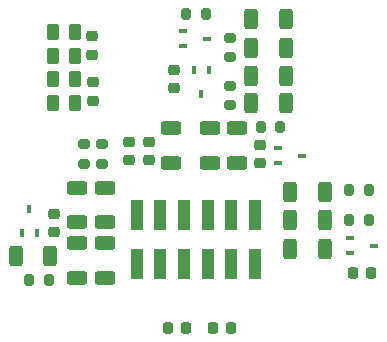
<source format=gbp>
G04 #@! TF.GenerationSoftware,KiCad,Pcbnew,(6.0.5)*
G04 #@! TF.CreationDate,2022-07-25T01:06:31+08:00*
G04 #@! TF.ProjectId,SX7H02060050-1,53583748-3032-4303-9630-3035302d312e,rev?*
G04 #@! TF.SameCoordinates,PX8af34a0PY598cce0*
G04 #@! TF.FileFunction,Paste,Bot*
G04 #@! TF.FilePolarity,Positive*
%FSLAX46Y46*%
G04 Gerber Fmt 4.6, Leading zero omitted, Abs format (unit mm)*
G04 Created by KiCad (PCBNEW (6.0.5)) date 2022-07-25 01:06:31*
%MOMM*%
%LPD*%
G01*
G04 APERTURE LIST*
G04 Aperture macros list*
%AMRoundRect*
0 Rectangle with rounded corners*
0 $1 Rounding radius*
0 $2 $3 $4 $5 $6 $7 $8 $9 X,Y pos of 4 corners*
0 Add a 4 corners polygon primitive as box body*
4,1,4,$2,$3,$4,$5,$6,$7,$8,$9,$2,$3,0*
0 Add four circle primitives for the rounded corners*
1,1,$1+$1,$2,$3*
1,1,$1+$1,$4,$5*
1,1,$1+$1,$6,$7*
1,1,$1+$1,$8,$9*
0 Add four rect primitives between the rounded corners*
20,1,$1+$1,$2,$3,$4,$5,0*
20,1,$1+$1,$4,$5,$6,$7,0*
20,1,$1+$1,$6,$7,$8,$9,0*
20,1,$1+$1,$8,$9,$2,$3,0*%
G04 Aperture macros list end*
%ADD10RoundRect,0.250000X0.625000X-0.312500X0.625000X0.312500X-0.625000X0.312500X-0.625000X-0.312500X0*%
%ADD11R,0.700000X0.450000*%
%ADD12RoundRect,0.225000X0.250000X-0.225000X0.250000X0.225000X-0.250000X0.225000X-0.250000X-0.225000X0*%
%ADD13RoundRect,0.250000X-0.262500X-0.450000X0.262500X-0.450000X0.262500X0.450000X-0.262500X0.450000X0*%
%ADD14RoundRect,0.250000X0.312500X0.625000X-0.312500X0.625000X-0.312500X-0.625000X0.312500X-0.625000X0*%
%ADD15RoundRect,0.225000X-0.225000X-0.250000X0.225000X-0.250000X0.225000X0.250000X-0.225000X0.250000X0*%
%ADD16RoundRect,0.200000X-0.200000X-0.275000X0.200000X-0.275000X0.200000X0.275000X-0.200000X0.275000X0*%
%ADD17RoundRect,0.250000X-0.312500X-0.625000X0.312500X-0.625000X0.312500X0.625000X-0.312500X0.625000X0*%
%ADD18R,1.000000X2.580000*%
%ADD19RoundRect,0.200000X0.275000X-0.200000X0.275000X0.200000X-0.275000X0.200000X-0.275000X-0.200000X0*%
%ADD20R,0.450000X0.700000*%
%ADD21RoundRect,0.200000X0.200000X0.275000X-0.200000X0.275000X-0.200000X-0.275000X0.200000X-0.275000X0*%
%ADD22RoundRect,0.250000X0.262500X0.450000X-0.262500X0.450000X-0.262500X-0.450000X0.262500X-0.450000X0*%
%ADD23RoundRect,0.200000X-0.275000X0.200000X-0.275000X-0.200000X0.275000X-0.200000X0.275000X0.200000X0*%
%ADD24RoundRect,0.225000X-0.250000X0.225000X-0.250000X-0.225000X0.250000X-0.225000X0.250000X0.225000X0*%
%ADD25RoundRect,0.250000X-0.625000X0.312500X-0.625000X-0.312500X0.625000X-0.312500X0.625000X0.312500X0*%
%ADD26RoundRect,0.225000X0.225000X0.250000X-0.225000X0.250000X-0.225000X-0.250000X0.225000X-0.250000X0*%
G04 APERTURE END LIST*
D10*
G04 #@! TO.C,R224*
X6827000Y21067500D03*
X6827000Y18142500D03*
G04 #@! TD*
G04 #@! TO.C,R209*
X-2110000Y13067500D03*
X-2110000Y15992500D03*
G04 #@! TD*
D11*
G04 #@! TO.C,Q204*
X6557000Y28622000D03*
X4557000Y29272000D03*
X4557000Y27972000D03*
G04 #@! TD*
D12*
G04 #@! TO.C,C209*
X1620000Y19872000D03*
X1620000Y18322000D03*
G04 #@! TD*
D13*
G04 #@! TO.C,R202*
X-6487500Y29200000D03*
X-4662500Y29200000D03*
G04 #@! TD*
D14*
G04 #@! TO.C,R211*
X13619500Y10842000D03*
X16544500Y10842000D03*
G04 #@! TD*
G04 #@! TO.C,R221*
X13242500Y25447000D03*
X10317500Y25447000D03*
G04 #@! TD*
D13*
G04 #@! TO.C,R203*
X-6487500Y25200000D03*
X-4662500Y25200000D03*
G04 #@! TD*
D14*
G04 #@! TO.C,R206*
X13242500Y27860000D03*
X10317500Y27860000D03*
G04 #@! TD*
D10*
G04 #@! TO.C,R222*
X9113000Y18142500D03*
X9113000Y21067500D03*
G04 #@! TD*
D15*
G04 #@! TO.C,C204*
X7068000Y4111000D03*
X8618000Y4111000D03*
G04 #@! TD*
D14*
G04 #@! TO.C,R212*
X-9632500Y10220000D03*
X-6707500Y10220000D03*
G04 #@! TD*
D12*
G04 #@! TO.C,C202*
X-3125000Y23375000D03*
X-3125000Y24925000D03*
G04 #@! TD*
D10*
G04 #@! TO.C,R210*
X-4430000Y13067500D03*
X-4430000Y15992500D03*
G04 #@! TD*
D16*
G04 #@! TO.C,R225*
X12732000Y21129000D03*
X11082000Y21129000D03*
G04 #@! TD*
G04 #@! TO.C,R216*
X18575000Y15795000D03*
X20225000Y15795000D03*
G04 #@! TD*
D17*
G04 #@! TO.C,R205*
X13619500Y13255000D03*
X16544500Y13255000D03*
G04 #@! TD*
D18*
G04 #@! TO.C,J202*
X600000Y13685000D03*
X600000Y9515000D03*
X2600000Y13685000D03*
X2600000Y9515000D03*
X4600000Y13685000D03*
X4600000Y9515000D03*
X6600000Y13685000D03*
X6600000Y9515000D03*
X8600000Y13685000D03*
X8600000Y9515000D03*
X10600000Y13685000D03*
X10600000Y9515000D03*
G04 #@! TD*
D19*
G04 #@! TO.C,R214*
X-2317000Y19668000D03*
X-2317000Y18018000D03*
G04 #@! TD*
D20*
G04 #@! TO.C,Q205*
X5415000Y25939000D03*
X6715000Y25939000D03*
X6065000Y23939000D03*
G04 #@! TD*
D12*
G04 #@! TO.C,C208*
X11018000Y18068000D03*
X11018000Y19618000D03*
G04 #@! TD*
D11*
G04 #@! TO.C,Q201*
X18654000Y10446000D03*
X18654000Y11746000D03*
X20654000Y11096000D03*
G04 #@! TD*
D15*
G04 #@! TO.C,C206*
X18879000Y8810000D03*
X20429000Y8810000D03*
G04 #@! TD*
D11*
G04 #@! TO.C,Q203*
X14558000Y18716000D03*
X12558000Y19366000D03*
X12558000Y18066000D03*
G04 #@! TD*
D20*
G04 #@! TO.C,Q202*
X-7830000Y12180000D03*
X-9130000Y12180000D03*
X-8480000Y14180000D03*
G04 #@! TD*
D19*
G04 #@! TO.C,R215*
X8478000Y27035000D03*
X8478000Y28685000D03*
G04 #@! TD*
D12*
G04 #@! TO.C,C210*
X3779000Y25968000D03*
X3779000Y24418000D03*
G04 #@! TD*
D17*
G04 #@! TO.C,R207*
X13619500Y15668000D03*
X16544500Y15668000D03*
G04 #@! TD*
D16*
G04 #@! TO.C,R217*
X18575000Y13255000D03*
X20225000Y13255000D03*
G04 #@! TD*
D21*
G04 #@! TO.C,R213*
X-6845000Y8230000D03*
X-8495000Y8230000D03*
G04 #@! TD*
D22*
G04 #@! TO.C,R204*
X-4662500Y27200000D03*
X-6487500Y27200000D03*
G04 #@! TD*
D21*
G04 #@! TO.C,R226*
X4808200Y30755600D03*
X6458200Y30755600D03*
G04 #@! TD*
D19*
G04 #@! TO.C,R218*
X-3841000Y18018000D03*
X-3841000Y19668000D03*
G04 #@! TD*
D10*
G04 #@! TO.C,R223*
X3525000Y18142500D03*
X3525000Y21067500D03*
G04 #@! TD*
D23*
G04 #@! TO.C,R227*
X8478000Y22971000D03*
X8478000Y24621000D03*
G04 #@! TD*
D24*
G04 #@! TO.C,C201*
X-31000Y19872000D03*
X-31000Y18322000D03*
G04 #@! TD*
D14*
G04 #@! TO.C,R219*
X10317500Y23161000D03*
X13242500Y23161000D03*
G04 #@! TD*
D25*
G04 #@! TO.C,R208*
X-4420000Y11322500D03*
X-4420000Y8397500D03*
G04 #@! TD*
D10*
G04 #@! TO.C,R228*
X-2100000Y11322500D03*
X-2100000Y8397500D03*
G04 #@! TD*
D12*
G04 #@! TO.C,C207*
X-6390000Y13825000D03*
X-6390000Y12275000D03*
G04 #@! TD*
D14*
G04 #@! TO.C,R220*
X13242500Y30273000D03*
X10317500Y30273000D03*
G04 #@! TD*
D12*
G04 #@! TO.C,C203*
X-3150000Y27275000D03*
X-3150000Y28825000D03*
G04 #@! TD*
D13*
G04 #@! TO.C,R201*
X-6487500Y23200000D03*
X-4662500Y23200000D03*
G04 #@! TD*
D26*
G04 #@! TO.C,C205*
X3258000Y4111000D03*
X4808000Y4111000D03*
G04 #@! TD*
M02*

</source>
